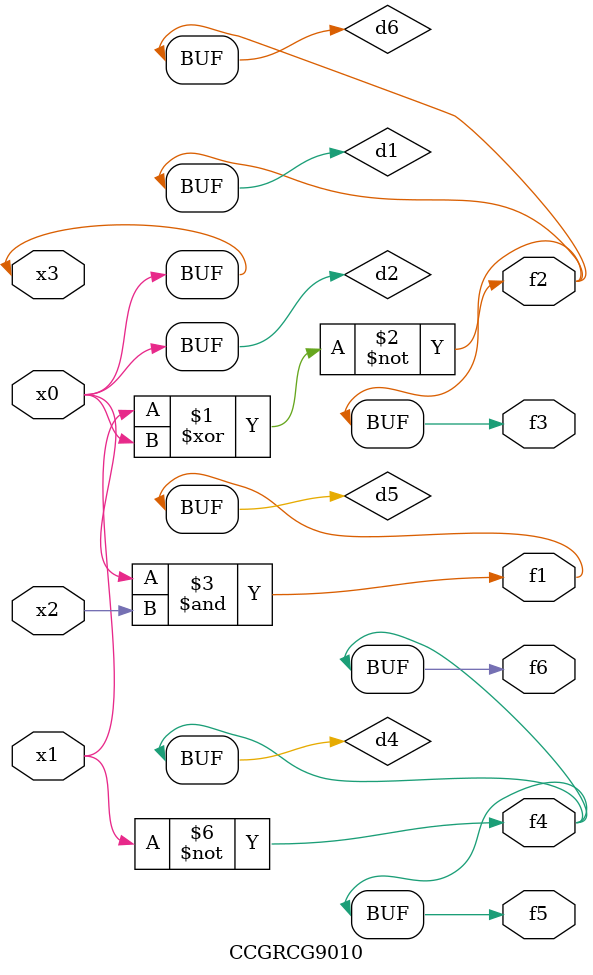
<source format=v>
module CCGRCG9010(
	input x0, x1, x2, x3,
	output f1, f2, f3, f4, f5, f6
);

	wire d1, d2, d3, d4, d5, d6;

	xnor (d1, x1, x3);
	buf (d2, x0, x3);
	nand (d3, x0, x2);
	not (d4, x1);
	nand (d5, d3);
	or (d6, d1);
	assign f1 = d5;
	assign f2 = d6;
	assign f3 = d6;
	assign f4 = d4;
	assign f5 = d4;
	assign f6 = d4;
endmodule

</source>
